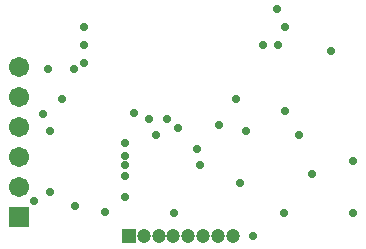
<source format=gbs>
%FSLAX25Y25*%
%MOIN*%
G70*
G01*
G75*
G04 Layer_Color=16711935*
%ADD10R,0.04134X0.02362*%
%ADD11R,0.03937X0.03150*%
%ADD12R,0.00394X0.00394*%
%ADD13O,0.07874X0.03937*%
%ADD14C,0.06000*%
%ADD15R,0.02677X0.05906*%
G04:AMPARAMS|DCode=16|XSize=65.35mil|YSize=23.23mil|CornerRadius=2.9mil|HoleSize=0mil|Usage=FLASHONLY|Rotation=270.000|XOffset=0mil|YOffset=0mil|HoleType=Round|Shape=RoundedRectangle|*
%AMROUNDEDRECTD16*
21,1,0.06535,0.01742,0,0,270.0*
21,1,0.05955,0.02323,0,0,270.0*
1,1,0.00581,-0.00871,-0.02977*
1,1,0.00581,-0.00871,0.02977*
1,1,0.00581,0.00871,0.02977*
1,1,0.00581,0.00871,-0.02977*
%
%ADD16ROUNDEDRECTD16*%
%ADD17R,0.03150X0.03937*%
%ADD18O,0.03937X0.07874*%
%ADD19R,0.07874X0.03937*%
G04:AMPARAMS|DCode=20|XSize=42.91mil|YSize=24.02mil|CornerRadius=3mil|HoleSize=0mil|Usage=FLASHONLY|Rotation=90.000|XOffset=0mil|YOffset=0mil|HoleType=Round|Shape=RoundedRectangle|*
%AMROUNDEDRECTD20*
21,1,0.04291,0.01801,0,0,90.0*
21,1,0.03691,0.02402,0,0,90.0*
1,1,0.00600,0.00901,0.01846*
1,1,0.00600,0.00901,-0.01846*
1,1,0.00600,-0.00901,-0.01846*
1,1,0.00600,-0.00901,0.01846*
%
%ADD20ROUNDEDRECTD20*%
%ADD21R,0.02362X0.04134*%
%ADD22R,0.02362X0.05709*%
%ADD23C,0.01000*%
%ADD24C,0.01181*%
%ADD25R,0.02000X0.02850*%
%ADD26R,0.01575X0.03347*%
%ADD27R,0.03937X0.10925*%
%ADD28R,0.08858X0.22736*%
%ADD29R,0.05610X0.12492*%
%ADD30R,0.02661X0.06709*%
%ADD31R,0.04035X0.08366*%
%ADD32R,0.04921X0.05512*%
%ADD33R,0.07480X0.04331*%
%ADD34R,0.04169X0.07087*%
%ADD35R,0.07501X0.26028*%
%ADD36C,0.03937*%
%ADD37R,0.03937X0.03937*%
%ADD38C,0.05906*%
%ADD39R,0.05906X0.05906*%
%ADD40C,0.01969*%
%ADD41R,0.03625X0.05150*%
%ADD42R,0.06594X0.06693*%
%ADD43C,0.00787*%
%ADD44C,0.00984*%
%ADD45C,0.00500*%
%ADD46C,0.00800*%
%ADD47R,0.04934X0.03162*%
%ADD48R,0.04737X0.03950*%
%ADD49O,0.08674X0.04737*%
%ADD50C,0.06800*%
%ADD51R,0.03477X0.06706*%
G04:AMPARAMS|DCode=52|XSize=73.35mil|YSize=31.23mil|CornerRadius=6.9mil|HoleSize=0mil|Usage=FLASHONLY|Rotation=270.000|XOffset=0mil|YOffset=0mil|HoleType=Round|Shape=RoundedRectangle|*
%AMROUNDEDRECTD52*
21,1,0.07335,0.01742,0,0,270.0*
21,1,0.05955,0.03123,0,0,270.0*
1,1,0.01381,-0.00871,-0.02977*
1,1,0.01381,-0.00871,0.02977*
1,1,0.01381,0.00871,0.02977*
1,1,0.01381,0.00871,-0.02977*
%
%ADD52ROUNDEDRECTD52*%
%ADD53R,0.03950X0.04737*%
%ADD54O,0.04737X0.08674*%
%ADD55R,0.08674X0.04737*%
G04:AMPARAMS|DCode=56|XSize=50.91mil|YSize=32.02mil|CornerRadius=7mil|HoleSize=0mil|Usage=FLASHONLY|Rotation=90.000|XOffset=0mil|YOffset=0mil|HoleType=Round|Shape=RoundedRectangle|*
%AMROUNDEDRECTD56*
21,1,0.05091,0.01801,0,0,90.0*
21,1,0.03691,0.03202,0,0,90.0*
1,1,0.01400,0.00901,0.01846*
1,1,0.01400,0.00901,-0.01846*
1,1,0.01400,-0.00901,-0.01846*
1,1,0.01400,-0.00901,0.01846*
%
%ADD56ROUNDEDRECTD56*%
%ADD57R,0.03162X0.04934*%
%ADD58R,0.03162X0.06509*%
%ADD59C,0.04737*%
%ADD60R,0.04737X0.04737*%
%ADD61C,0.06706*%
%ADD62R,0.06706X0.06706*%
%ADD63C,0.02769*%
G54D59*
X77461Y18799D02*
D03*
X67618D02*
D03*
X72539D02*
D03*
X57776D02*
D03*
X62697D02*
D03*
X47933D02*
D03*
X52854D02*
D03*
G54D60*
X43012D02*
D03*
G54D61*
X6201Y75098D02*
D03*
Y65098D02*
D03*
Y55098D02*
D03*
Y45098D02*
D03*
Y35098D02*
D03*
G54D62*
Y25098D02*
D03*
G54D63*
X49669Y57823D02*
D03*
X55673D02*
D03*
X41555Y49654D02*
D03*
X14429Y59299D02*
D03*
X59315Y54772D02*
D03*
X94555Y26425D02*
D03*
X117555Y43925D02*
D03*
X41555Y38925D02*
D03*
Y31925D02*
D03*
Y45425D02*
D03*
Y42425D02*
D03*
X25055Y28925D02*
D03*
X20555Y64425D02*
D03*
X24555Y74425D02*
D03*
X28055Y76425D02*
D03*
Y82425D02*
D03*
Y88425D02*
D03*
X16055Y74425D02*
D03*
X52055Y52425D02*
D03*
X73055Y55925D02*
D03*
X66555Y42425D02*
D03*
X82055Y53925D02*
D03*
X117555Y26425D02*
D03*
X99555Y52425D02*
D03*
X80055Y36425D02*
D03*
X78555Y64425D02*
D03*
X16555Y33425D02*
D03*
Y53925D02*
D03*
X35055Y26925D02*
D03*
X95043Y60579D02*
D03*
X65453Y47736D02*
D03*
X57874Y26476D02*
D03*
X92512Y82480D02*
D03*
X94882Y88287D02*
D03*
X92126Y94291D02*
D03*
X87500Y82480D02*
D03*
X11122Y30512D02*
D03*
X84350Y18799D02*
D03*
X110236Y80315D02*
D03*
X104035Y39370D02*
D03*
X44488Y59646D02*
D03*
M02*

</source>
